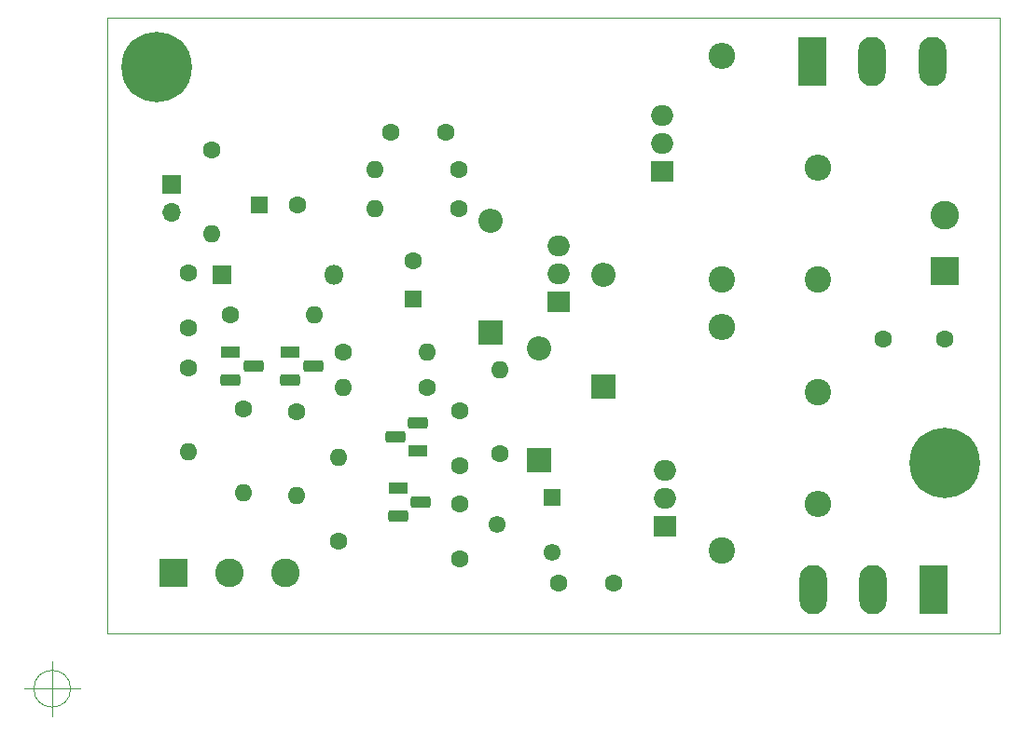
<source format=gbr>
%TF.GenerationSoftware,KiCad,Pcbnew,8.0.3-8.0.3-0~ubuntu22.04.1*%
%TF.CreationDate,2024-06-26T20:02:33-05:00*%
%TF.ProjectId,amplificador_200w,616d706c-6966-4696-9361-646f725f3230,v1.0.0*%
%TF.SameCoordinates,PX5cfbb60PY7d687e0*%
%TF.FileFunction,Soldermask,Top*%
%TF.FilePolarity,Negative*%
%FSLAX46Y46*%
G04 Gerber Fmt 4.6, Leading zero omitted, Abs format (unit mm)*
G04 Created by KiCad (PCBNEW 8.0.3-8.0.3-0~ubuntu22.04.1) date 2024-06-26 20:02:33*
%MOMM*%
%LPD*%
G01*
G04 APERTURE LIST*
G04 Aperture macros list*
%AMRoundRect*
0 Rectangle with rounded corners*
0 $1 Rounding radius*
0 $2 $3 $4 $5 $6 $7 $8 $9 X,Y pos of 4 corners*
0 Add a 4 corners polygon primitive as box body*
4,1,4,$2,$3,$4,$5,$6,$7,$8,$9,$2,$3,0*
0 Add four circle primitives for the rounded corners*
1,1,$1+$1,$2,$3*
1,1,$1+$1,$4,$5*
1,1,$1+$1,$6,$7*
1,1,$1+$1,$8,$9*
0 Add four rect primitives between the rounded corners*
20,1,$1+$1,$2,$3,$4,$5,0*
20,1,$1+$1,$4,$5,$6,$7,0*
20,1,$1+$1,$6,$7,$8,$9,0*
20,1,$1+$1,$8,$9,$2,$3,0*%
G04 Aperture macros list end*
%ADD10C,1.600000*%
%ADD11R,1.600000X1.600000*%
%ADD12R,1.800000X1.800000*%
%ADD13O,1.800000X1.800000*%
%ADD14R,2.200000X2.200000*%
%ADD15O,2.200000X2.200000*%
%ADD16R,1.700000X1.700000*%
%ADD17O,1.700000X1.700000*%
%ADD18R,2.600000X2.600000*%
%ADD19C,2.600000*%
%ADD20R,1.800000X1.100000*%
%ADD21RoundRect,0.275000X-0.625000X0.275000X-0.625000X-0.275000X0.625000X-0.275000X0.625000X0.275000X0*%
%ADD22RoundRect,0.275000X0.625000X-0.275000X0.625000X0.275000X-0.625000X0.275000X-0.625000X-0.275000X0*%
%ADD23R,2.000000X1.905000*%
%ADD24O,2.000000X1.905000*%
%ADD25R,2.500000X4.500000*%
%ADD26O,2.500000X4.500000*%
%ADD27O,1.600000X1.600000*%
%ADD28C,2.400000*%
%ADD29O,2.400000X2.400000*%
%ADD30C,0.800000*%
%ADD31C,6.400000*%
%ADD32R,1.550000X1.550000*%
%ADD33C,1.550000*%
%TA.AperFunction,Profile*%
%ADD34C,0.050000*%
%TD*%
G04 APERTURE END LIST*
D10*
%TO.C,C1*%
X12400000Y32800000D03*
X12400000Y37800000D03*
%TD*%
D11*
%TO.C,C2*%
X18800000Y44000000D03*
D10*
X22300000Y44000000D03*
%TD*%
D11*
%TO.C,C3*%
X32800000Y35400000D03*
D10*
X32800000Y38900000D03*
%TD*%
%TO.C,C4*%
X37010000Y25270000D03*
X37010000Y20270000D03*
%TD*%
%TO.C,C6*%
X35700000Y50600000D03*
X30700000Y50600000D03*
%TD*%
%TO.C,C7*%
X46000000Y9600000D03*
X51000000Y9600000D03*
%TD*%
D12*
%TO.C,D1*%
X15400000Y37600000D03*
D13*
X25560000Y37600000D03*
%TD*%
D14*
%TO.C,D3*%
X50000000Y27500000D03*
D15*
X50000000Y37660000D03*
%TD*%
D14*
%TO.C,D4*%
X44200000Y20800000D03*
D15*
X44200000Y30960000D03*
%TD*%
D16*
%TO.C,J1*%
X10800000Y45800000D03*
D17*
X10800000Y43260000D03*
%TD*%
D18*
%TO.C,J2*%
X11000000Y10500000D03*
D19*
X16080000Y10500000D03*
X21160000Y10500000D03*
%TD*%
D18*
%TO.C,J3*%
X81000000Y38000000D03*
D19*
X81000000Y43080000D03*
%TD*%
D20*
%TO.C,Q1*%
X16200000Y30600000D03*
D21*
X18270000Y29330000D03*
X16200000Y28060000D03*
%TD*%
D20*
%TO.C,Q3*%
X33200000Y21600000D03*
D22*
X31130000Y22870000D03*
X33200000Y24140000D03*
%TD*%
D23*
%TO.C,Q5*%
X46000000Y35200000D03*
D24*
X46000000Y37740000D03*
X46000000Y40280000D03*
%TD*%
D23*
%TO.C,Q6*%
X55400000Y47000000D03*
D24*
X55400000Y49540000D03*
X55400000Y52080000D03*
%TD*%
D23*
%TO.C,Q7*%
X55600000Y14800000D03*
D24*
X55600000Y17340000D03*
X55600000Y19880000D03*
%TD*%
D25*
%TO.C,Q8*%
X69000000Y57000000D03*
D26*
X74450000Y57000000D03*
X79900000Y57000000D03*
%TD*%
D25*
%TO.C,Q9*%
X80000000Y9000000D03*
D26*
X74550000Y9000000D03*
X69100000Y9000000D03*
%TD*%
D10*
%TO.C,R2*%
X17400000Y25400000D03*
D27*
X17400000Y17780000D03*
%TD*%
D10*
%TO.C,R3*%
X14500000Y49000000D03*
D27*
X14500000Y41380000D03*
%TD*%
D10*
%TO.C,R4*%
X16200000Y34000000D03*
D27*
X23820000Y34000000D03*
%TD*%
D10*
%TO.C,R5*%
X22200000Y25200000D03*
D27*
X22200000Y17580000D03*
%TD*%
D10*
%TO.C,R6*%
X26400000Y30600000D03*
D27*
X34020000Y30600000D03*
%TD*%
D10*
%TO.C,R8*%
X36900000Y43600000D03*
D27*
X29280000Y43600000D03*
%TD*%
D10*
%TO.C,R9*%
X40600000Y21400000D03*
D27*
X40600000Y29020000D03*
%TD*%
D10*
%TO.C,R10*%
X26000000Y13400000D03*
D27*
X26000000Y21020000D03*
%TD*%
D10*
%TO.C,R11*%
X36900000Y47200000D03*
D27*
X29280000Y47200000D03*
%TD*%
D28*
%TO.C,R14*%
X60800000Y12600000D03*
D29*
X60800000Y32920000D03*
%TD*%
D28*
%TO.C,R15*%
X69500000Y37200000D03*
D29*
X69500000Y47360000D03*
%TD*%
D28*
%TO.C,R13*%
X60800000Y37200000D03*
D29*
X60800000Y57520000D03*
%TD*%
D20*
%TO.C,Q2*%
X21600000Y30600000D03*
D21*
X23670000Y29330000D03*
X21600000Y28060000D03*
%TD*%
D10*
%TO.C,C5*%
X36980000Y16820000D03*
X36980000Y11820000D03*
%TD*%
%TO.C,R7*%
X34000000Y27400000D03*
D27*
X26380000Y27400000D03*
%TD*%
D20*
%TO.C,Q4*%
X31400000Y18200000D03*
D21*
X33470000Y16930000D03*
X31400000Y15660000D03*
%TD*%
D28*
%TO.C,R16*%
X69500000Y27000000D03*
D29*
X69500000Y16840000D03*
%TD*%
D14*
%TO.C,D2*%
X39800000Y32400000D03*
D15*
X39800000Y42560000D03*
%TD*%
D10*
%TO.C,R1*%
X12400000Y29200000D03*
D27*
X12400000Y21580000D03*
%TD*%
D30*
%TO.C,H1*%
X9500000Y54100000D03*
X7802944Y54802944D03*
X11900000Y56500000D03*
X7802944Y58197056D03*
X9500000Y58900000D03*
X11197056Y58197056D03*
D31*
X9500000Y56500000D03*
D30*
X11197056Y54802944D03*
X7100000Y56500000D03*
%TD*%
%TO.C,H2*%
X83400000Y20500000D03*
X82697056Y18802944D03*
X82697056Y22197056D03*
X78600000Y20500000D03*
X81000000Y22900000D03*
D31*
X81000000Y20500000D03*
D30*
X81000000Y18100000D03*
X79302944Y22197056D03*
X79302944Y18802944D03*
%TD*%
D32*
%TO.C,RV1*%
X45400000Y17400000D03*
D33*
X40400000Y14900000D03*
X45400000Y12400000D03*
%TD*%
D10*
X75399996Y31800000D03*
X81000000Y31800000D03*
D34*
X86000000Y5000000D02*
X86000000Y61000000D01*
X5000000Y61000000D02*
X5000000Y5000000D01*
X5000000Y5000000D02*
X86000000Y5000000D01*
X86000000Y61000000D02*
X5000000Y61000000D01*
X1666666Y0D02*
G75*
G02*
X-1666666Y0I-1666666J0D01*
G01*
X-1666666Y0D02*
G75*
G02*
X1666666Y0I1666666J0D01*
G01*
X-2500000Y0D02*
X2500000Y0D01*
X0Y2500000D02*
X0Y-2500000D01*
M02*

</source>
